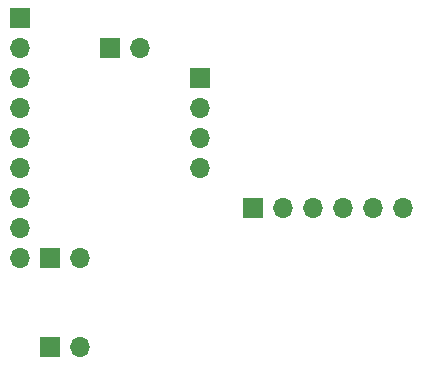
<source format=gbr>
%TF.GenerationSoftware,KiCad,Pcbnew,9.0.0*%
%TF.CreationDate,2025-04-29T11:42:50+01:00*%
%TF.ProjectId,uPicomac,75506963-6f6d-4616-932e-6b696361645f,rev?*%
%TF.SameCoordinates,Original*%
%TF.FileFunction,Soldermask,Bot*%
%TF.FilePolarity,Negative*%
%FSLAX46Y46*%
G04 Gerber Fmt 4.6, Leading zero omitted, Abs format (unit mm)*
G04 Created by KiCad (PCBNEW 9.0.0) date 2025-04-29 11:42:50*
%MOMM*%
%LPD*%
G01*
G04 APERTURE LIST*
%ADD10O,1.700000X1.700000*%
%ADD11R,1.700000X1.700000*%
G04 APERTURE END LIST*
D10*
%TO.C,J4*%
X107820000Y-71130549D03*
D11*
X105280000Y-71130549D03*
%TD*%
%TO.C,J7*%
X105290735Y-78664243D03*
D10*
X107830735Y-78664243D03*
%TD*%
D11*
%TO.C,J9*%
X110324092Y-53353053D03*
D10*
X112864092Y-53353053D03*
%TD*%
D11*
%TO.C,J6*%
X118005000Y-55890000D03*
D10*
X118005000Y-58430000D03*
X118005000Y-60970000D03*
X118005000Y-63510000D03*
%TD*%
D11*
%TO.C,J2*%
X122416803Y-66904054D03*
D10*
X124956803Y-66904054D03*
X127496803Y-66904054D03*
X130036803Y-66904054D03*
X132576803Y-66904054D03*
X135116803Y-66904054D03*
%TD*%
D11*
%TO.C,J3*%
X102740000Y-50800000D03*
D10*
X102740000Y-53340000D03*
X102740000Y-55880000D03*
X102740000Y-58420000D03*
X102740000Y-60960000D03*
X102740000Y-63500000D03*
X102740000Y-66040000D03*
X102740000Y-68580000D03*
X102740000Y-71120000D03*
%TD*%
M02*

</source>
